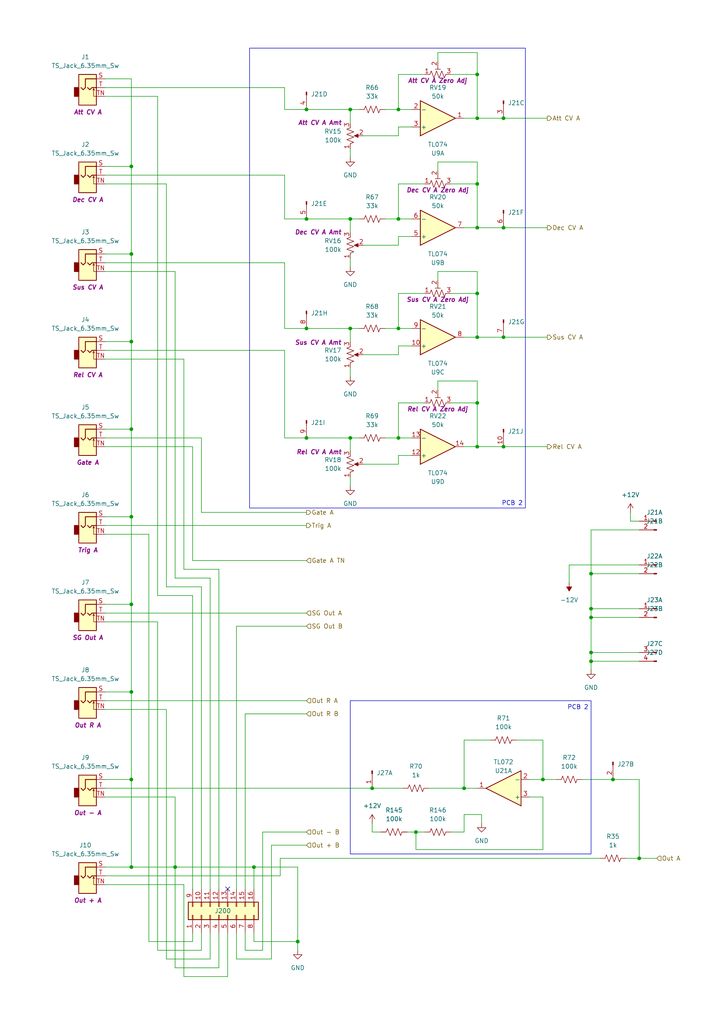
<source format=kicad_sch>
(kicad_sch (version 20250114) (generator "eeschema") (generator_version "9.0")
  (paper "A4" portrait)
  (title_block (company "DMH Instruments") (comment 1 "PCB for 15cm Kosmo format synthesizer module"))
  (lib_symbols
    (symbol "Amplifier_Operational:TL072" (pin_names (offset 0.127))
      (property "Reference" "U" (at 0 5.08 0))
      (property "Value" "TL072" (at 0 -5.08 0))
      (symbol "TL072_1_1"
        (polyline (pts (xy -5.08 5.08) (xy 5.08 0) (xy -5.08 -5.08) (xy -5.08 5.08)) (stroke (width 0.254)) (fill (type background)))
        (pin input line (at -7.62 2.54 0) (length 2.54) (name "+") (number "3"))
        (pin input line (at -7.62 -2.54 0) (length 2.54) (name "-") (number "2"))
        (pin output line (at 7.62 0 180) (length 2.54) (name "~") (number "1"))
      )
      (symbol "TL072_2_1"
        (polyline (pts (xy -5.08 5.08) (xy 5.08 0) (xy -5.08 -5.08) (xy -5.08 5.08)) (stroke (width 0.254)) (fill (type background)))
        (pin input line (at -7.62 2.54 0) (length 2.54) (name "+") (number "5"))
        (pin input line (at -7.62 -2.54 0) (length 2.54) (name "-") (number "6"))
        (pin output line (at 7.62 0 180) (length 2.54) (name "~") (number "7"))
      )
      (symbol "TL072_3_1"
        (pin power_in line (at -2.54 7.62 270) (length 3.81) (name "V+") (number "8"))
        (pin power_in line (at -2.54 -7.62 90) (length 3.81) (name "V-") (number "4"))
      )
    )
    (symbol "Amplifier_Operational:TL074" (pin_names (offset 0.127))
      (property "Reference" "U" (at 0 5.08 0))
      (property "Value" "TL074" (at 0 -5.08 0))
      (symbol "TL074_1_1"
        (polyline (pts (xy -5.08 5.08) (xy 5.08 0) (xy -5.08 -5.08) (xy -5.08 5.08)) (stroke (width 0.254)) (fill (type background)))
        (pin input line (at -7.62 2.54 0) (length 2.54) (name "+") (number "3"))
        (pin input line (at -7.62 -2.54 0) (length 2.54) (name "-") (number "2"))
        (pin output line (at 7.62 0 180) (length 2.54) (name "~") (number "1"))
      )
      (symbol "TL074_2_1"
        (polyline (pts (xy -5.08 5.08) (xy 5.08 0) (xy -5.08 -5.08) (xy -5.08 5.08)) (stroke (width 0.254)) (fill (type background)))
        (pin input line (at -7.62 2.54 0) (length 2.54) (name "+") (number "5"))
        (pin input line (at -7.62 -2.54 0) (length 2.54) (name "-") (number "6"))
        (pin output line (at 7.62 0 180) (length 2.54) (name "~") (number "7"))
      )
      (symbol "TL074_3_1"
        (polyline (pts (xy -5.08 5.08) (xy 5.08 0) (xy -5.08 -5.08) (xy -5.08 5.08)) (stroke (width 0.254)) (fill (type background)))
        (pin input line (at -7.62 2.54 0) (length 2.54) (name "+") (number "10"))
        (pin input line (at -7.62 -2.54 0) (length 2.54) (name "-") (number "9"))
        (pin output line (at 7.62 0 180) (length 2.54) (name "~") (number "8"))
      )
      (symbol "TL074_4_1"
        (polyline (pts (xy -5.08 5.08) (xy 5.08 0) (xy -5.08 -5.08) (xy -5.08 5.08)) (stroke (width 0.254)) (fill (type background)))
        (pin input line (at -7.62 2.54 0) (length 2.54) (name "+") (number "12"))
        (pin input line (at -7.62 -2.54 0) (length 2.54) (name "-") (number "13"))
        (pin output line (at 7.62 0 180) (length 2.54) (name "~") (number "14"))
      )
      (symbol "TL074_5_1"
        (pin power_in line (at -2.54 7.62 270) (length 3.81) (name "V+") (number "4"))
        (pin power_in line (at -2.54 -7.62 90) (length 3.81) (name "V-") (number "11"))
      )
    )
    (symbol "Device:R_Potentiometer_Trim_US" (pin_names (offset 1.016) (hide yes))
      (property "Reference" "RV" (at -4.445 0 90))
      (property "Value" "R_Potentiometer_Trim_US" (at -2.54 0 90))
      (symbol "R_Potentiometer_Trim_US_0_1"
        (polyline (pts (xy 0 2.286) (xy 0 2.54)))
        (polyline (pts (xy 0 2.286) (xy 1.016 1.905) (xy 0 1.524) (xy -1.016 1.143) (xy 0 0.762)))
        (polyline (pts (xy 0 0.762) (xy 1.016 0.381) (xy 0 0) (xy -1.016 -0.381) (xy 0 -0.762)))
        (polyline (pts (xy 0 -0.762) (xy 1.016 -1.143) (xy 0 -1.524) (xy -1.016 -1.905) (xy 0 -2.286)))
        (polyline (pts (xy 0 -2.286) (xy 0 -2.54)))
        (polyline (pts (xy 1.524 0.762) (xy 1.524 -0.762)))
        (polyline (pts (xy 2.54 0) (xy 1.524 0)))
      )
      (symbol "R_Potentiometer_Trim_US_1_1"
        (pin passive line (at 0 3.81 270) (length 1.27) (name "1") (number "1"))
        (pin passive line (at 0 -3.81 90) (length 1.27) (name "3") (number "3"))
        (pin passive line (at 3.81 0 180) (length 1.27) (name "2") (number "2"))
      )
    )
    (symbol "Device:R_Potentiometer_US" (pin_names (offset 1.016) (hide yes))
      (property "Reference" "RV" (at -4.445 0 90))
      (property "Value" "R_Potentiometer_US" (at -2.54 0 90))
      (symbol "R_Potentiometer_US_0_1"
        (polyline (pts (xy 0 2.54) (xy 0 2.286)))
        (polyline (pts (xy 0 2.286) (xy 1.016 1.905) (xy 0 1.524) (xy -1.016 1.143) (xy 0 0.762)))
        (polyline (pts (xy 0 0.762) (xy 1.016 0.381) (xy 0 0) (xy -1.016 -0.381) (xy 0 -0.762)))
        (polyline (pts (xy 0 -0.762) (xy 1.016 -1.143) (xy 0 -1.524) (xy -1.016 -1.905) (xy 0 -2.286)))
        (polyline (pts (xy 0 -2.286) (xy 0 -2.54)))
        (polyline (pts (xy 1.143 0) (xy 2.286 0.508) (xy 2.286 -0.508) (xy 1.143 0)) (fill (type outline)))
        (polyline (pts (xy 2.54 0) (xy 1.524 0)))
      )
      (symbol "R_Potentiometer_US_1_1"
        (pin passive line (at 0 3.81 270) (length 1.27) (name "1") (number "1"))
        (pin passive line (at 0 -3.81 90) (length 1.27) (name "3") (number "3"))
        (pin passive line (at 3.81 0 180) (length 1.27) (name "2") (number "2"))
      )
    )
    (symbol "Device:R_US" (pin_numbers (hide yes)) (pin_names (offset 0))
      (property "Reference" "R" (at 2.54 0 90))
      (property "Value" "R_US" (at -2.54 0 90))
      (symbol "R_US_0_1"
        (polyline (pts (xy 0 2.286) (xy 0 2.54)))
        (polyline (pts (xy 0 2.286) (xy 1.016 1.905) (xy 0 1.524) (xy -1.016 1.143) (xy 0 0.762)))
        (polyline (pts (xy 0 0.762) (xy 1.016 0.381) (xy 0 0) (xy -1.016 -0.381) (xy 0 -0.762)))
        (polyline (pts (xy 0 -0.762) (xy 1.016 -1.143) (xy 0 -1.524) (xy -1.016 -1.905) (xy 0 -2.286)))
        (polyline (pts (xy 0 -2.286) (xy 0 -2.54)))
      )
      (symbol "R_US_1_1"
        (pin passive line (at 0 3.81 270) (length 1.27) (name "~") (number "1"))
        (pin passive line (at 0 -3.81 90) (length 1.27) (name "~") (number "2"))
      )
    )
    (symbol "SynthStuff:BackBone_Connector_16Pin" (pin_names (offset 1.016) (hide yes))
      (property "Reference" "J" (at 1.27 -16.51 0))
      (property "Value" "IDC_02x08" (at 1.27 -13.97 0))
      (symbol "BackBone_Connector_16Pin_1_1"
        (rectangle (start -1.27 8.89) (end 3.81 -11.43) (stroke (width 0.254)) (fill (type background)))
        (rectangle (start -1.27 7.747) (end 0 7.493) (stroke (width 0.1524)))
        (rectangle (start -1.27 5.207) (end 0 4.953) (stroke (width 0.1524)))
        (rectangle (start -1.27 2.667) (end 0 2.413) (stroke (width 0.1524)))
        (rectangle (start -1.27 0.127) (end 0 -0.127) (stroke (width 0.1524)))
        (rectangle (start -1.27 -2.413) (end 0 -2.667) (stroke (width 0.1524)))
        (rectangle (start -1.27 -4.953) (end 0 -5.207) (stroke (width 0.1524)))
        (rectangle (start -1.27 -7.493) (end 0 -7.747) (stroke (width 0.1524)))
        (rectangle (start -1.27 -10.033) (end 0 -10.287) (stroke (width 0.1524)))
        (rectangle (start 3.81 7.747) (end 2.54 7.493) (stroke (width 0.1524)))
        (rectangle (start 3.81 5.207) (end 2.54 4.953) (stroke (width 0.1524)))
        (rectangle (start 3.81 2.667) (end 2.54 2.413) (stroke (width 0.1524)))
        (rectangle (start 3.81 0.127) (end 2.54 -0.127) (stroke (width 0.1524)))
        (rectangle (start 3.81 -2.413) (end 2.54 -2.667) (stroke (width 0.1524)))
        (rectangle (start 3.81 -4.953) (end 2.54 -5.207) (stroke (width 0.1524)))
        (rectangle (start 3.81 -7.493) (end 2.54 -7.747) (stroke (width 0.1524)))
        (rectangle (start 3.81 -10.033) (end 2.54 -10.287) (stroke (width 0.1524)))
        (pin passive line (at -5.08 7.62 0) (length 3.81) (name "Pin_1") (number "1"))
        (pin passive line (at -5.08 5.08 0) (length 3.81) (name "Pin_2") (number "2"))
        (pin passive line (at -5.08 2.54 0) (length 3.81) (name "Pin_3") (number "3"))
        (pin passive line (at -5.08 0 0) (length 3.81) (name "Pin_4") (number "4"))
        (pin passive line (at -5.08 -2.54 0) (length 3.81) (name "Pin_5") (number "5"))
        (pin passive line (at -5.08 -5.08 0) (length 3.81) (name "Pin_6") (number "6"))
        (pin passive line (at -5.08 -7.62 0) (length 3.81) (name "Pin_7") (number "7"))
        (pin passive line (at -5.08 -10.16 0) (length 3.81) (name "Pin_8") (number "8"))
        (pin passive line (at 7.62 7.62 180) (length 3.81) (name "Pin_9") (number "9"))
        (pin passive line (at 7.62 5.08 180) (length 3.81) (name "Pin_10") (number "10"))
        (pin passive line (at 7.62 2.54 180) (length 3.81) (name "Pin_11") (number "11"))
        (pin passive line (at 7.62 0 180) (length 3.81) (name "Pin_12") (number "12"))
        (pin passive line (at 7.62 -2.54 180) (length 3.81) (name "Pin_13") (number "13"))
        (pin passive line (at 7.62 -5.08 180) (length 3.81) (name "Pin_14") (number "14"))
        (pin passive line (at 7.62 -7.62 180) (length 3.81) (name "Pin_15") (number "15"))
        (pin passive line (at 7.62 -10.16 180) (length 3.81) (name "Pin_16") (number "16"))
      )
    )
    (symbol "SynthStuff:Conn_01x06_PinHeader" (pin_names (offset 1.016) (hide yes))
      (property "Reference" "J" (at 0 2.54 0))
      (symbol "Conn_01x06_PinHeader_1_1"
        (rectangle (start 0.8636 0.127) (end 0 -0.127) (stroke (width 0.1524)) (fill (type outline)))
        (polyline (pts (xy 1.27 0) (xy 0.8636 0)) (stroke (width 0.1524)))
        (pin passive line (at 5.08 0 180) (length 3.81) (name "Pin_1") (number "1"))
      )
      (symbol "Conn_01x06_PinHeader_2_1"
        (rectangle (start 0.8636 0.127) (end 0 -0.127) (stroke (width 0.1524)) (fill (type outline)))
        (polyline (pts (xy 1.27 0) (xy 0.8636 0)) (stroke (width 0.1524)))
        (pin passive line (at 5.08 0 180) (length 3.81) (name "Pin_2") (number "2"))
      )
      (symbol "Conn_01x06_PinHeader_3_1"
        (rectangle (start 0.8636 0.127) (end 0 -0.127) (stroke (width 0.1524)) (fill (type outline)))
        (polyline (pts (xy 1.27 0) (xy 0.8636 0)) (stroke (width 0.1524)))
        (pin passive line (at 5.08 0 180) (length 3.81) (name "Pin_3") (number "3"))
      )
      (symbol "Conn_01x06_PinHeader_4_1"
        (rectangle (start 0.8636 0.127) (end 0 -0.127) (stroke (width 0.1524)) (fill (type outline)))
        (polyline (pts (xy 1.27 0) (xy 0.8636 0)) (stroke (width 0.1524)))
        (pin passive line (at 5.08 0 180) (length 3.81) (name "Pin_4") (number "4"))
      )
      (symbol "Conn_01x06_PinHeader_5_1"
        (rectangle (start 0.8636 0.127) (end 0 -0.127) (stroke (width 0.1524)) (fill (type outline)))
        (polyline (pts (xy 1.27 0) (xy 0.8636 0)) (stroke (width 0.1524)))
        (pin passive line (at 5.08 0 180) (length 3.81) (name "Pin_5") (number "5"))
      )
      (symbol "Conn_01x06_PinHeader_6_1"
        (rectangle (start 0.8636 0.127) (end 0 -0.127) (stroke (width 0.1524)) (fill (type outline)))
        (polyline (pts (xy 1.27 0) (xy 0.8636 0)) (stroke (width 0.1524)))
        (pin passive line (at 5.08 0 180) (length 3.81) (name "Pin_6") (number "6"))
      )
    )
    (symbol "SynthStuff:Conn_01x10_PinHeader" (pin_names (offset 1.016) (hide yes))
      (property "Reference" "J" (at 0 2.54 0))
      (symbol "Conn_01x10_PinHeader_1_1"
        (rectangle (start 0.8636 0.127) (end 0 -0.127) (stroke (width 0.1524)) (fill (type outline)))
        (polyline (pts (xy 1.27 0) (xy 0.8636 0)) (stroke (width 0.1524)))
        (pin passive line (at 5.08 0 180) (length 3.81) (name "Pin_1") (number "1"))
      )
      (symbol "Conn_01x10_PinHeader_2_1"
        (rectangle (start 0.8636 0.127) (end 0 -0.127) (stroke (width 0.1524)) (fill (type outline)))
        (polyline (pts (xy 1.27 0) (xy 0.8636 0)) (stroke (width 0.1524)))
        (pin passive line (at 5.08 0 180) (length 3.81) (name "Pin_2") (number "2"))
      )
      (symbol "Conn_01x10_PinHeader_3_1"
        (rectangle (start 0.8636 0.127) (end 0 -0.127) (stroke (width 0.1524)) (fill (type outline)))
        (polyline (pts (xy 1.27 0) (xy 0.8636 0)) (stroke (width 0.1524)))
        (pin passive line (at 5.08 0 180) (length 3.81) (name "Pin_3") (number "3"))
      )
      (symbol "Conn_01x10_PinHeader_4_1"
        (rectangle (start 0.8636 0.127) (end 0 -0.127) (stroke (width 0.1524)) (fill (type outline)))
        (polyline (pts (xy 1.27 0) (xy 0.8636 0)) (stroke (width 0.1524)))
        (pin passive line (at 5.08 0 180) (length 3.81) (name "Pin_4") (number "4"))
      )
      (symbol "Conn_01x10_PinHeader_5_1"
        (rectangle (start 0.8636 0.127) (end 0 -0.127) (stroke (width 0.1524)) (fill (type outline)))
        (polyline (pts (xy 1.27 0) (xy 0.8636 0)) (stroke (width 0.1524)))
        (pin passive line (at 5.08 0 180) (length 3.81) (name "Pin_5") (number "5"))
      )
      (symbol "Conn_01x10_PinHeader_6_1"
        (rectangle (start 0.8636 0.127) (end 0 -0.127) (stroke (width 0.1524)) (fill (type outline)))
        (polyline (pts (xy 1.27 0) (xy 0.8636 0)) (stroke (width 0.1524)))
        (pin passive line (at 5.08 0 180) (length 3.81) (name "Pin_6") (number "6"))
      )
      (symbol "Conn_01x10_PinHeader_7_1"
        (rectangle (start 0.8636 0.127) (end 0 -0.127) (stroke (width 0.1524)) (fill (type outline)))
        (polyline (pts (xy 1.27 0) (xy 0.8636 0)) (stroke (width 0.1524)))
        (pin passive line (at 5.08 0 180) (length 3.81) (name "Pin_7") (number "7"))
      )
      (symbol "Conn_01x10_PinHeader_8_1"
        (rectangle (start 0.8636 0.127) (end 0 -0.127) (stroke (width 0.1524)) (fill (type outline)))
        (polyline (pts (xy 1.27 0) (xy 0.8636 0)) (stroke (width 0.1524)))
        (pin passive line (at 5.08 0 180) (length 3.81) (name "Pin_8") (number "8"))
      )
      (symbol "Conn_01x10_PinHeader_9_1"
        (rectangle (start 0.8636 0.127) (end 0 -0.127) (stroke (width 0.1524)) (fill (type outline)))
        (polyline (pts (xy 1.27 0) (xy 0.8636 0)) (stroke (width 0.1524)))
        (pin passive line (at 5.08 0 180) (length 3.81) (name "Pin_9") (number "9"))
      )
      (symbol "Conn_01x10_PinHeader_10_1"
        (rectangle (start 0.8636 0.127) (end 0 -0.127) (stroke (width 0.1524)) (fill (type outline)))
        (polyline (pts (xy 1.27 0) (xy 0.8636 0)) (stroke (width 0.1524)))
        (pin passive line (at 5.08 0 180) (length 3.81) (name "Pin_10") (number "10"))
      )
    )
    (symbol "SynthStuff:TS_Jack_6.35mm_Sw"
      (property "Reference" "J" (at -0.635 8.89 0))
      (property "Value" "TS_Jack_6.35mm_Sw" (at -0.635 6.35 0))
      (symbol "TS_Jack_6.35mm_Sw_0_1"
        (rectangle (start -2.54 0) (end -3.81 -2.54) (stroke (width 0.254)) (fill (type outline)))
        (polyline (pts (xy 0 0) (xy 0.635 -0.635) (xy 1.27 0) (xy 2.54 0)) (stroke (width 0.254)))
        (polyline (pts (xy 1.778 -0.254) (xy 2.032 -0.762)))
        (rectangle (start 2.54 3.81) (end -2.54 -5.08) (stroke (width 0.254)) (fill (type background)))
        (polyline (pts (xy 2.54 2.54) (xy -0.635 2.54) (xy -0.635 0) (xy -1.27 -0.635) (xy -1.905 0)) (stroke (width 0.254)))
        (polyline (pts (xy 2.54 -2.54) (xy 1.778 -2.54) (xy 1.778 -0.254) (xy 1.524 -0.762)))
      )
      (symbol "TS_Jack_6.35mm_Sw_1_1"
        (pin passive line (at 5.08 2.54 180) (length 2.54) (name "~") (number "S"))
        (pin passive line (at 5.08 0 180) (length 2.54) (name "~") (number "T"))
        (pin passive line (at 5.08 -2.54 180) (length 2.54) (name "~") (number "TN"))
      )
    )
    (symbol "power:+12V" (power) (pin_numbers (hide yes)) (pin_names (offset 0) (hide yes))
      (property "Value" "+12V" (at 0 3.556 0))
      (symbol "+12V_0_1"
        (polyline (pts (xy -0.762 1.27) (xy 0 2.54)))
        (polyline (pts (xy 0 2.54) (xy 0.762 1.27)))
        (polyline (pts (xy 0 0) (xy 0 2.54)))
      )
      (symbol "+12V_1_1"
        (pin power_in line (at 0 0 90) (length 0) (name "~") (number "1"))
      )
    )
    (symbol "power:-12V" (power) (pin_numbers (hide yes)) (pin_names (offset 0) (hide yes))
      (property "Value" "-12V" (at 0 3.556 0))
      (symbol "-12V_0_0"
        (pin power_in line (at 0 0 90) (length 0) (name "~") (number "1"))
      )
      (symbol "-12V_0_1"
        (polyline (pts (xy 0 0) (xy 0 1.27) (xy 0.762 1.27) (xy 0 2.54) (xy -0.762 1.27) (xy 0 1.27)) (fill (type outline)))
      )
    )
    (symbol "power:GND" (power) (pin_numbers (hide yes)) (pin_names (offset 0) (hide yes))
      (property "Value" "GND" (at 0 -3.81 0))
      (symbol "GND_0_1"
        (polyline (pts (xy 0 0) (xy 0 -1.27) (xy 1.27 -1.27) (xy 0 -2.54) (xy -1.27 -1.27) (xy 0 -1.27)))
      )
      (symbol "GND_1_1"
        (pin power_in line (at 0 0 270) (length 0) (name "~") (number "1"))
      )
    )
  )
  (rectangle (start 72.39 13.97) (end 152.4 147.32))
  (rectangle (start 101.6 203.2) (end 171.45 247.65))
  (text "PCB 2" (at 148.59 146.05 0) (effects (font (size 1.27 1.27))))
  (text "PCB 2" (at 167.64 205.232 0) (effects (font (size 1.27 1.27))))
  (junction (at 88.9 31.75))
  (junction (at 88.9 95.25))
  (junction (at 146.05 34.29))
  (junction (at 38.1 124.46))
  (junction (at 115.57 95.25))
  (junction (at 38.1 175.26))
  (junction (at 38.1 99.06))
  (junction (at 73.66 251.46))
  (junction (at 38.1 226.06))
  (junction (at 185.42 248.92))
  (junction (at 171.45 176.53))
  (junction (at 157.48 226.06))
  (junction (at 138.43 116.84))
  (junction (at 115.57 31.75))
  (junction (at 101.6 95.25))
  (junction (at 138.43 129.54))
  (junction (at 138.43 85.09))
  (junction (at 171.45 191.77))
  (junction (at 88.9 63.5))
  (junction (at 38.1 200.66))
  (junction (at 138.43 21.59))
  (junction (at 171.45 166.37))
  (junction (at 171.45 189.23))
  (junction (at 138.43 66.04))
  (junction (at 146.05 129.54))
  (junction (at 86.36 273.05))
  (junction (at 138.43 34.29))
  (junction (at 115.57 127))
  (junction (at 50.8 251.46))
  (junction (at 146.05 66.04))
  (junction (at 134.62 228.6))
  (junction (at 115.57 63.5))
  (junction (at 101.6 63.5))
  (junction (at 120.65 241.3))
  (junction (at 101.6 31.75))
  (junction (at 138.43 97.79))
  (junction (at 38.1 251.46))
  (junction (at 38.1 48.26))
  (junction (at 177.8 226.06))
  (junction (at 38.1 149.86))
  (junction (at 138.43 53.34))
  (junction (at 171.45 179.07))
  (junction (at 101.6 127))
  (junction (at 107.95 228.6))
  (junction (at 38.1 73.66))
  (junction (at 146.05 97.79))
  (junction (at 88.9 127))
  (no_connect (at 66.04 257.81))
  (wire (pts (xy 138.43 34.29) (xy 146.05 34.29)))
  (wire (pts (xy 50.8 78.74) (xy 50.8 167.64)))
  (wire (pts (xy 76.2 275.59) (xy 71.12 275.59)))
  (wire (pts (xy 73.66 270.51) (xy 73.66 273.05)))
  (wire (pts (xy 185.42 166.37) (xy 171.45 166.37)))
  (wire (pts (xy 168.91 226.06) (xy 177.8 226.06)))
  (wire (pts (xy 115.57 71.12) (xy 115.57 68.58)))
  (wire (pts (xy 48.26 278.13) (xy 60.96 278.13)))
  (wire (pts (xy 115.57 134.62) (xy 115.57 132.08)))
  (wire (pts (xy 30.48 25.4) (xy 82.55 25.4)))
  (wire (pts (xy 101.6 31.75) (xy 104.14 31.75)))
  (wire (pts (xy 53.34 283.21) (xy 66.04 283.21)))
  (wire (pts (xy 101.6 95.25) (xy 104.14 95.25)))
  (wire (pts (xy 30.48 101.6) (xy 82.55 101.6)))
  (wire (pts (xy 30.48 200.66) (xy 38.1 200.66)))
  (wire (pts (xy 58.42 170.18) (xy 58.42 257.81)))
  (wire (pts (xy 55.88 162.56) (xy 88.9 162.56)))
  (wire (pts (xy 120.65 241.3) (xy 123.19 241.3)))
  (wire (pts (xy 30.48 154.94) (xy 43.18 154.94)))
  (wire (pts (xy 115.57 100.33) (xy 119.38 100.33)))
  (wire (pts (xy 115.57 68.58) (xy 119.38 68.58)))
  (wire (pts (xy 115.57 102.87) (xy 115.57 100.33)))
  (wire (pts (xy 50.8 231.14) (xy 50.8 251.46)))
  (wire (pts (xy 53.34 104.14) (xy 30.48 104.14)))
  (wire (pts (xy 82.55 76.2) (xy 82.55 95.25)))
  (wire (pts (xy 45.72 275.59) (xy 58.42 275.59)))
  (wire (pts (xy 78.74 245.11) (xy 78.74 278.13)))
  (wire (pts (xy 30.48 50.8) (xy 82.55 50.8)))
  (wire (pts (xy 185.42 163.83) (xy 165.1 163.83)))
  (wire (pts (xy 139.7 236.22) (xy 139.7 238.76)))
  (wire (pts (xy 38.1 124.46) (xy 38.1 149.86)))
  (wire (pts (xy 50.8 280.67) (xy 63.5 280.67)))
  (wire (pts (xy 130.81 116.84) (xy 138.43 116.84)))
  (wire (pts (xy 134.62 228.6) (xy 138.43 228.6)))
  (wire (pts (xy 50.8 167.64) (xy 60.96 167.64)))
  (wire (pts (xy 78.74 278.13) (xy 68.58 278.13)))
  (wire (pts (xy 153.67 226.06) (xy 157.48 226.06)))
  (wire (pts (xy 30.48 226.06) (xy 38.1 226.06)))
  (wire (pts (xy 111.76 95.25) (xy 115.57 95.25)))
  (wire (pts (xy 88.9 181.61) (xy 68.58 181.61)))
  (wire (pts (xy 88.9 95.25) (xy 101.6 95.25)))
  (wire (pts (xy 134.62 214.63) (xy 134.62 228.6)))
  (wire (pts (xy 105.41 102.87) (xy 115.57 102.87)))
  (wire (pts (xy 185.42 248.92) (xy 190.5 248.92)))
  (wire (pts (xy 30.48 22.86) (xy 38.1 22.86)))
  (wire (pts (xy 53.34 104.14) (xy 53.34 165.1)))
  (wire (pts (xy 115.57 132.08) (xy 119.38 132.08)))
  (wire (pts (xy 171.45 176.53) (xy 171.45 179.07)))
  (wire (pts (xy 171.45 176.53) (xy 185.42 176.53)))
  (wire (pts (xy 38.1 200.66) (xy 38.1 226.06)))
  (wire (pts (xy 82.55 101.6) (xy 82.55 127)))
  (wire (pts (xy 146.05 129.54) (xy 158.75 129.54)))
  (wire (pts (xy 115.57 39.37) (xy 115.57 36.83)))
  (wire (pts (xy 111.76 63.5) (xy 115.57 63.5)))
  (wire (pts (xy 50.8 251.46) (xy 50.8 280.67)))
  (wire (pts (xy 107.95 241.3) (xy 110.49 241.3)))
  (wire (pts (xy 71.12 275.59) (xy 71.12 270.51)))
  (wire (pts (xy 45.72 180.34) (xy 45.72 275.59)))
  (wire (pts (xy 101.6 127) (xy 104.14 127)))
  (wire (pts (xy 86.36 275.59) (xy 86.36 273.05)))
  (wire (pts (xy 58.42 275.59) (xy 58.42 270.51)))
  (wire (pts (xy 146.05 34.29) (xy 158.75 34.29)))
  (wire (pts (xy 120.65 246.38) (xy 157.48 246.38)))
  (wire (pts (xy 30.48 129.54) (xy 55.88 129.54)))
  (wire (pts (xy 101.6 95.25) (xy 101.6 99.06)))
  (wire (pts (xy 138.43 129.54) (xy 146.05 129.54)))
  (wire (pts (xy 127 49.53) (xy 127 46.99)))
  (wire (pts (xy 30.48 76.2) (xy 82.55 76.2)))
  (wire (pts (xy 138.43 97.79) (xy 146.05 97.79)))
  (wire (pts (xy 138.43 66.04) (xy 146.05 66.04)))
  (wire (pts (xy 48.26 170.18) (xy 58.42 170.18)))
  (wire (pts (xy 127 110.49) (xy 138.43 110.49)))
  (wire (pts (xy 30.48 48.26) (xy 38.1 48.26)))
  (wire (pts (xy 88.9 241.3) (xy 76.2 241.3)))
  (wire (pts (xy 153.67 231.14) (xy 157.48 231.14)))
  (wire (pts (xy 185.42 191.77) (xy 171.45 191.77)))
  (wire (pts (xy 185.42 153.67) (xy 171.45 153.67)))
  (wire (pts (xy 45.72 172.72) (xy 55.88 172.72)))
  (wire (pts (xy 157.48 214.63) (xy 157.48 226.06)))
  (wire (pts (xy 138.43 15.24) (xy 138.43 21.59)))
  (wire (pts (xy 105.41 39.37) (xy 115.57 39.37)))
  (wire (pts (xy 171.45 166.37) (xy 171.45 176.53)))
  (wire (pts (xy 171.45 153.67) (xy 171.45 166.37)))
  (wire (pts (xy 38.1 99.06) (xy 38.1 124.46)))
  (wire (pts (xy 115.57 95.25) (xy 119.38 95.25)))
  (wire (pts (xy 30.48 203.2) (xy 88.9 203.2)))
  (wire (pts (xy 115.57 36.83) (xy 119.38 36.83)))
  (wire (pts (xy 185.42 179.07) (xy 171.45 179.07)))
  (wire (pts (xy 50.8 251.46) (xy 38.1 251.46)))
  (wire (pts (xy 88.9 245.11) (xy 78.74 245.11)))
  (wire (pts (xy 101.6 106.68) (xy 101.6 109.22)))
  (wire (pts (xy 182.88 148.59) (xy 182.88 151.13)))
  (wire (pts (xy 127 113.03) (xy 127 110.49)))
  (wire (pts (xy 157.48 246.38) (xy 157.48 231.14)))
  (wire (pts (xy 38.1 73.66) (xy 38.1 99.06)))
  (wire (pts (xy 30.48 231.14) (xy 50.8 231.14)))
  (wire (pts (xy 115.57 116.84) (xy 123.19 116.84)))
  (wire (pts (xy 88.9 127) (xy 101.6 127)))
  (wire (pts (xy 82.55 31.75) (xy 88.9 31.75)))
  (wire (pts (xy 88.9 207.01) (xy 71.12 207.01)))
  (wire (pts (xy 171.45 191.77) (xy 171.45 194.31)))
  (wire (pts (xy 130.81 21.59) (xy 138.43 21.59)))
  (wire (pts (xy 30.48 27.94) (xy 45.72 27.94)))
  (wire (pts (xy 115.57 85.09) (xy 123.19 85.09)))
  (wire (pts (xy 30.48 254) (xy 81.28 254)))
  (wire (pts (xy 115.57 53.34) (xy 123.19 53.34)))
  (wire (pts (xy 38.1 149.86) (xy 38.1 175.26)))
  (wire (pts (xy 177.8 226.06) (xy 185.42 226.06)))
  (wire (pts (xy 111.76 127) (xy 115.57 127)))
  (wire (pts (xy 82.55 95.25) (xy 88.9 95.25)))
  (wire (pts (xy 181.61 248.92) (xy 185.42 248.92)))
  (wire (pts (xy 171.45 189.23) (xy 171.45 191.77)))
  (wire (pts (xy 82.55 127) (xy 88.9 127)))
  (wire (pts (xy 138.43 46.99) (xy 138.43 53.34)))
  (wire (pts (xy 73.66 251.46) (xy 73.66 257.81)))
  (wire (pts (xy 43.18 154.94) (xy 43.18 273.05)))
  (wire (pts (xy 105.41 71.12) (xy 115.57 71.12)))
  (wire (pts (xy 38.1 226.06) (xy 38.1 251.46)))
  (wire (pts (xy 81.28 248.92) (xy 173.99 248.92)))
  (wire (pts (xy 165.1 163.83) (xy 165.1 168.91)))
  (wire (pts (xy 107.95 238.76) (xy 107.95 241.3)))
  (wire (pts (xy 101.6 127) (xy 101.6 130.81)))
  (wire (pts (xy 149.86 214.63) (xy 157.48 214.63)))
  (wire (pts (xy 73.66 251.46) (xy 86.36 251.46)))
  (wire (pts (xy 58.42 127) (xy 58.42 148.59)))
  (wire (pts (xy 53.34 256.54) (xy 53.34 283.21)))
  (wire (pts (xy 124.46 228.6) (xy 134.62 228.6)))
  (wire (pts (xy 88.9 63.5) (xy 101.6 63.5)))
  (wire (pts (xy 30.48 177.8) (xy 88.9 177.8)))
  (wire (pts (xy 86.36 273.05) (xy 86.36 251.46)))
  (wire (pts (xy 101.6 31.75) (xy 101.6 35.56)))
  (wire (pts (xy 81.28 254) (xy 81.28 248.92)))
  (wire (pts (xy 30.48 99.06) (xy 38.1 99.06)))
  (wire (pts (xy 30.48 175.26) (xy 38.1 175.26)))
  (wire (pts (xy 138.43 34.29) (xy 134.62 34.29)))
  (wire (pts (xy 30.48 152.4) (xy 88.9 152.4)))
  (wire (pts (xy 30.48 124.46) (xy 38.1 124.46)))
  (wire (pts (xy 68.58 181.61) (xy 68.58 257.81)))
  (wire (pts (xy 127 17.78) (xy 127 15.24)))
  (wire (pts (xy 138.43 116.84) (xy 138.43 129.54)))
  (wire (pts (xy 88.9 31.75) (xy 101.6 31.75)))
  (wire (pts (xy 45.72 27.94) (xy 45.72 172.72)))
  (wire (pts (xy 138.43 97.79) (xy 134.62 97.79)))
  (wire (pts (xy 63.5 280.67) (xy 63.5 270.51)))
  (wire (pts (xy 55.88 129.54) (xy 55.88 162.56)))
  (wire (pts (xy 130.81 53.34) (xy 138.43 53.34)))
  (wire (pts (xy 115.57 127) (xy 119.38 127)))
  (wire (pts (xy 73.66 273.05) (xy 86.36 273.05)))
  (wire (pts (xy 138.43 21.59) (xy 138.43 34.29)))
  (wire (pts (xy 43.18 273.05) (xy 55.88 273.05)))
  (wire (pts (xy 138.43 129.54) (xy 134.62 129.54)))
  (wire (pts (xy 185.42 151.13) (xy 182.88 151.13)))
  (wire (pts (xy 30.48 78.74) (xy 50.8 78.74)))
  (wire (pts (xy 146.05 66.04) (xy 158.75 66.04)))
  (wire (pts (xy 115.57 21.59) (xy 123.19 21.59)))
  (wire (pts (xy 101.6 74.93) (xy 101.6 77.47)))
  (wire (pts (xy 134.62 241.3) (xy 130.81 241.3)))
  (wire (pts (xy 146.05 97.79) (xy 158.75 97.79)))
  (wire (pts (xy 127 46.99) (xy 138.43 46.99)))
  (wire (pts (xy 138.43 78.74) (xy 138.43 85.09)))
  (wire (pts (xy 127 15.24) (xy 138.43 15.24)))
  (wire (pts (xy 118.11 241.3) (xy 120.65 241.3)))
  (wire (pts (xy 101.6 43.18) (xy 101.6 45.72)))
  (wire (pts (xy 138.43 53.34) (xy 138.43 66.04)))
  (wire (pts (xy 58.42 148.59) (xy 88.9 148.59)))
  (wire (pts (xy 38.1 22.86) (xy 38.1 48.26)))
  (wire (pts (xy 185.42 226.06) (xy 185.42 248.92)))
  (wire (pts (xy 76.2 241.3) (xy 76.2 275.59)))
  (wire (pts (xy 82.55 63.5) (xy 88.9 63.5)))
  (wire (pts (xy 115.57 21.59) (xy 115.57 31.75)))
  (wire (pts (xy 38.1 48.26) (xy 38.1 73.66)))
  (wire (pts (xy 115.57 85.09) (xy 115.57 95.25)))
  (wire (pts (xy 30.48 149.86) (xy 38.1 149.86)))
  (wire (pts (xy 171.45 179.07) (xy 171.45 189.23)))
  (wire (pts (xy 138.43 110.49) (xy 138.43 116.84)))
  (wire (pts (xy 138.43 66.04) (xy 134.62 66.04)))
  (wire (pts (xy 38.1 251.46) (xy 30.48 251.46)))
  (wire (pts (xy 185.42 189.23) (xy 171.45 189.23)))
  (wire (pts (xy 111.76 31.75) (xy 115.57 31.75)))
  (wire (pts (xy 142.24 214.63) (xy 134.62 214.63)))
  (wire (pts (xy 53.34 165.1) (xy 63.5 165.1)))
  (wire (pts (xy 138.43 85.09) (xy 138.43 97.79)))
  (wire (pts (xy 127 81.28) (xy 127 78.74)))
  (wire (pts (xy 30.48 127) (xy 58.42 127)))
  (wire (pts (xy 48.26 53.34) (xy 48.26 170.18)))
  (wire (pts (xy 60.96 167.64) (xy 60.96 257.81)))
  (wire (pts (xy 101.6 63.5) (xy 101.6 67.31)))
  (wire (pts (xy 115.57 116.84) (xy 115.57 127)))
  (wire (pts (xy 30.48 73.66) (xy 38.1 73.66)))
  (wire (pts (xy 30.48 53.34) (xy 48.26 53.34)))
  (wire (pts (xy 55.88 172.72) (xy 55.88 257.81)))
  (wire (pts (xy 157.48 226.06) (xy 161.29 226.06)))
  (wire (pts (xy 48.26 205.74) (xy 48.26 278.13)))
  (wire (pts (xy 115.57 53.34) (xy 115.57 63.5)))
  (wire (pts (xy 68.58 278.13) (xy 68.58 270.51)))
  (wire (pts (xy 60.96 278.13) (xy 60.96 270.51)))
  (wire (pts (xy 107.95 228.6) (xy 116.84 228.6)))
  (wire (pts (xy 115.57 31.75) (xy 119.38 31.75)))
  (wire (pts (xy 105.41 134.62) (xy 115.57 134.62)))
  (wire (pts (xy 134.62 241.3) (xy 134.62 236.22)))
  (wire (pts (xy 30.48 180.34) (xy 45.72 180.34)))
  (wire (pts (xy 130.81 85.09) (xy 138.43 85.09)))
  (wire (pts (xy 50.8 251.46) (xy 73.66 251.46)))
  (wire (pts (xy 82.55 25.4) (xy 82.55 31.75)))
  (wire (pts (xy 115.57 63.5) (xy 119.38 63.5)))
  (wire (pts (xy 120.65 241.3) (xy 120.65 246.38)))
  (wire (pts (xy 63.5 165.1) (xy 63.5 257.81)))
  (wire (pts (xy 38.1 175.26) (xy 38.1 200.66)))
  (wire (pts (xy 101.6 63.5) (xy 104.14 63.5)))
  (wire (pts (xy 82.55 50.8) (xy 82.55 63.5)))
  (wire (pts (xy 55.88 273.05) (xy 55.88 270.51)))
  (wire (pts (xy 66.04 283.21) (xy 66.04 270.51)))
  (wire (pts (xy 30.48 256.54) (xy 53.34 256.54)))
  (wire (pts (xy 30.48 228.6) (xy 107.95 228.6)))
  (wire (pts (xy 71.12 207.01) (xy 71.12 257.81)))
  (wire (pts (xy 134.62 236.22) (xy 139.7 236.22)))
  (wire (pts (xy 101.6 138.43) (xy 101.6 140.97)))
  (wire (pts (xy 127 78.74) (xy 138.43 78.74)))
  (wire (pts (xy 30.48 205.74) (xy 48.26 205.74)))
  (hierarchical_label "SG Out B" (shape input) (at 88.9 181.61 0))
  (hierarchical_label "Out R A" (shape input) (at 88.9 203.2 0))
  (hierarchical_label "Rel CV A" (shape output) (at 158.75 129.54 0))
  (hierarchical_label "Sus CV A" (shape output) (at 158.75 97.79 0))
  (hierarchical_label "Dec CV A" (shape output) (at 158.75 66.04 0))
  (hierarchical_label "SG Out A" (shape input) (at 88.9 177.8 0))
  (hierarchical_label "Gate A TN" (shape input) (at 88.9 162.56 0))
  (hierarchical_label "Out A" (shape input) (at 190.5 248.92 0))
  (hierarchical_label "Out - B" (shape input) (at 88.9 241.3 0))
  (hierarchical_label "Out + B" (shape input) (at 88.9 245.11 0))
  (hierarchical_label "Gate A" (shape output) (at 88.9 148.59 0))
  (hierarchical_label "Out R B" (shape input) (at 88.9 207.01 0))
  (hierarchical_label "Trig A" (shape output) (at 88.9 152.4 0))
  (hierarchical_label "Att CV A" (shape output) (at 158.75 34.29 0))
  (symbol (lib_id "Device:R_US") (at 165.1 226.06 270) (unit 1)
    (property "Reference" "R72" (at 165.1 219.71 90))
    (property "Value" "100k" (at 165.1 222.25 90))
    (property "Footprint" "Resistor_THT:R_Axial_DIN0207_L6.3mm_D2.5mm_P7.62mm_Horizontal" (effects (hide yes)))
    (property "Description" "Resistor, US symbol" (effects (hide yes)))
  )
  (symbol (lib_id "SynthStuff:Conn_01x10_PinHeader") (at 146.05 124.46 270) (unit 10)
    (property "Reference" "J21" (at 147.32 125.0949 90) (effects (justify left)))
    (property "Value" "Conn_01x10_PinHeader" (effects (hide yes)))
    (property "Footprint" "Connector_PinHeader_2.54mm:PinHeader_1x10_P2.54mm_Vertical" (effects (hide yes)))
    (property "Description" "Generic connector, single row, 01x10" (effects (hide yes)))
  )
  (symbol (lib_id "Amplifier_Operational:TL074") (at 127 129.54 0) (mirror x) (unit 4)
    (property "Reference" "U9" (at 127 139.7 0))
    (property "Value" "TL074" (at 127 137.16 0))
    (property "Footprint" "Package_DIP:DIP-14_W7.62mm_Socket" (effects (hide yes)))
    (property "Datasheet" "http://www.ti.com/lit/ds/symlink/tl071.pdf" (effects (hide yes)))
    (property "Description" "Quad Low-Noise JFET-Input Operational Amplifiers, DIP-14/SOIC-14" (effects (hide yes)))
  )
  (symbol (lib_id "SynthStuff:Conn_01x10_PinHeader") (at 190.5 179.07 180) (unit 2)
    (property "Reference" "J23" (at 189.865 176.53 0))
    (property "Value" "Conn_01x10_PinHeader" (effects (hide yes)))
    (property "Footprint" "Connector_PinHeader_2.54mm:PinHeader_1x10_P2.54mm_Vertical" (effects (hide yes)))
    (property "Description" "Generic connector, single row, 01x10" (effects (hide yes)))
  )
  (symbol (lib_id "Device:R_US") (at 107.95 127 90) (unit 1)
    (property "Reference" "R69" (at 107.95 120.65 90))
    (property "Value" "33k" (at 107.95 123.19 90))
    (property "Footprint" "Resistor_THT:R_Axial_DIN0207_L6.3mm_D2.5mm_P7.62mm_Horizontal" (effects (hide yes)))
    (property "Description" "Resistor, US symbol" (effects (hide yes)))
  )
  (symbol (lib_id "SynthStuff:Conn_01x10_PinHeader") (at 146.05 29.21 270) (unit 3)
    (property "Reference" "J21" (at 147.32 29.8449 90) (effects (justify left)))
    (property "Value" "Conn_01x10_PinHeader" (effects (hide yes)))
    (property "Footprint" "Connector_PinHeader_2.54mm:PinHeader_1x10_P2.54mm_Vertical" (effects (hide yes)))
    (property "Description" "Generic connector, single row, 01x10" (effects (hide yes)))
  )
  (symbol (lib_id "SynthStuff:Conn_01x10_PinHeader") (at 190.5 163.83 180) (unit 1)
    (property "Reference" "J22" (at 189.865 161.29 0))
    (property "Value" "Conn_01x10_PinHeader" (effects (hide yes)))
    (property "Footprint" "Connector_PinHeader_2.54mm:PinHeader_1x10_P2.54mm_Vertical" (effects (hide yes)))
    (property "Description" "Generic connector, single row, 01x10" (effects (hide yes)))
  )
  (symbol (lib_id "SynthStuff:Conn_01x06_PinHeader") (at 107.95 223.52 270) (unit 1)
    (property "Reference" "J27" (at 109.22 224.1549 90) (effects (justify left)))
    (property "Value" "Conn_01x06_PinHeader" (effects (hide yes)))
    (property "Footprint" "Connector_PinHeader_2.54mm:PinHeader_1x06_P2.54mm_Vertical" (effects (hide yes)))
    (property "Description" "Generic connector, single row, 01x06" (effects (hide yes)))
  )
  (symbol (lib_id "SynthStuff:Conn_01x10_PinHeader") (at 190.5 151.13 180) (unit 1)
    (property "Reference" "J21" (at 189.865 148.59 0))
    (property "Value" "Conn_01x10_PinHeader" (effects (hide yes)))
    (property "Footprint" "Connector_PinHeader_2.54mm:PinHeader_1x10_P2.54mm_Vertical" (effects (hide yes)))
    (property "Description" "Generic connector, single row, 01x10" (effects (hide yes)))
  )
  (symbol (lib_id "SynthStuff:Conn_01x10_PinHeader") (at 88.9 90.17 270) (unit 8)
    (property "Reference" "J21" (at 90.17 90.8049 90) (effects (justify left)))
    (property "Value" "Conn_01x10_PinHeader" (effects (hide yes)))
    (property "Footprint" "Connector_PinHeader_2.54mm:PinHeader_1x10_P2.54mm_Vertical" (effects (hide yes)))
    (property "Description" "Generic connector, single row, 01x10" (effects (hide yes)))
  )
  (symbol (lib_id "Device:R_US") (at 177.8 248.92 270) (unit 1) (on_board no)
    (property "Reference" "R35" (at 177.8 242.57 90))
    (property "Value" "1k" (at 177.8 245.11 90))
    (property "Footprint" "Resistor_THT:R_Axial_DIN0207_L6.3mm_D2.5mm_P7.62mm_Horizontal" (effects (hide yes)))
    (property "Description" "Resistor, US symbol" (effects (hide yes)))
  )
  (symbol (lib_id "power:+12V") (at 107.95 238.76 0) (unit 1)
    (property "Reference" "#PWR071" (effects (hide yes)))
    (property "Value" "+12V" (at 107.95 233.68 0))
    (property "Description" "Power symbol creates a global label with name \"+12V\"" (effects (hide yes)))
  )
  (symbol (lib_id "SynthStuff:Conn_01x06_PinHeader") (at 190.5 189.23 180) (unit 3)
    (property "Reference" "J27" (at 189.865 186.69 0))
    (property "Value" "Conn_01x06_PinHeader" (effects (hide yes)))
    (property "Description" "Generic connector, single row, 01x06" (effects (hide yes)))
  )
  (symbol (lib_id "Device:R_US") (at 107.95 95.25 90) (unit 1)
    (property "Reference" "R68" (at 107.95 88.9 90))
    (property "Value" "33k" (at 107.95 91.44 90))
    (property "Footprint" "Resistor_THT:R_Axial_DIN0207_L6.3mm_D2.5mm_P7.62mm_Horizontal" (effects (hide yes)))
    (property "Description" "Resistor, US symbol" (effects (hide yes)))
  )
  (symbol (lib_id "power:GND") (at 86.36 275.59 0) (unit 1)
    (property "Reference" "#PWR035" (effects (hide yes)))
    (property "Value" "GND" (at 86.36 280.67 0))
    (property "Description" "Power symbol creates a global label with name \"GND\" , ground" (effects (hide yes)))
  )
  (symbol (lib_id "Device:R_Potentiometer_Trim_US") (at 127 85.09 90) (unit 1)
    (property "Reference" "RV21" (at 127 88.9 90))
    (property "Value" "50k" (at 127 91.44 90))
    (property "Footprint" "Potentiometer_THT:Potentiometer_Bourns_3296X_Horizontal" (effects (hide yes)))
    (property "Description" "Trim-potentiometer, US symbol" (effects (hide yes)))
    (property "Function" "Sus CV A Zero Adj" (at 127 86.868 90) (effects (font (thickness 0.254) (bold yes) (italic yes))))
  )
  (symbol (lib_id "SynthStuff:Conn_01x10_PinHeader") (at 190.5 176.53 180) (unit 1)
    (property "Reference" "J23" (at 189.865 173.99 0))
    (property "Value" "Conn_01x10_PinHeader" (effects (hide yes)))
    (property "Footprint" "Connector_PinHeader_2.54mm:PinHeader_1x10_P2.54mm_Vertical" (effects (hide yes)))
    (property "Description" "Generic connector, single row, 01x10" (effects (hide yes)))
  )
  (symbol (lib_id "SynthStuff:Conn_01x06_PinHeader") (at 177.8 220.98 270) (unit 2)
    (property "Reference" "J27" (at 179.07 221.6149 90) (effects (justify left)))
    (property "Value" "Conn_01x06_PinHeader" (effects (hide yes)))
    (property "Footprint" "Connector_PinHeader_2.54mm:PinHeader_1x06_P2.54mm_Vertical" (effects (hide yes)))
    (property "Description" "Generic connector, single row, 01x06" (effects (hide yes)))
  )
  (symbol (lib_id "SynthStuff:Conn_01x10_PinHeader") (at 88.9 58.42 270) (unit 5)
    (property "Reference" "J21" (at 90.17 59.0549 90) (effects (justify left)))
    (property "Value" "Conn_01x10_PinHeader" (effects (hide yes)))
    (property "Footprint" "Connector_PinHeader_2.54mm:PinHeader_1x10_P2.54mm_Vertical" (effects (hide yes)))
    (property "Description" "Generic connector, single row, 01x10" (effects (hide yes)))
  )
  (symbol (lib_id "power:GND") (at 101.6 77.47 0) (unit 1)
    (property "Reference" "#PWR087" (effects (hide yes)))
    (property "Value" "GND" (at 101.6 82.55 0))
    (property "Description" "Power symbol creates a global label with name \"GND\" , ground" (effects (hide yes)))
  )
  (symbol (lib_id "Device:R_Potentiometer_US") (at 101.6 71.12 0) (mirror x) (unit 1)
    (property "Reference" "RV16" (at 99.06 69.8499 0) (effects (justify right)))
    (property "Value" "100k" (at 99.06 72.3899 0) (effects (justify right)))
    (property "Footprint" "SynthStuff:Potentiometer_TT_P110KH1" (effects (hide yes)))
    (property "Description" "Potentiometer, US symbol" (effects (hide yes)))
    (property "Function" "Dec CV A Amt" (at 92.202 67.31 0) (effects (font (thickness 0.254) (bold yes) (italic yes))))
  )
  (symbol (lib_id "SynthStuff:Conn_01x10_PinHeader") (at 88.9 121.92 270) (unit 9)
    (property "Reference" "J21" (at 90.17 122.5549 90) (effects (justify left)))
    (property "Value" "Conn_01x10_PinHeader" (effects (hide yes)))
    (property "Footprint" "Connector_PinHeader_2.54mm:PinHeader_1x10_P2.54mm_Vertical" (effects (hide yes)))
    (property "Description" "Generic connector, single row, 01x10" (effects (hide yes)))
  )
  (symbol (lib_id "SynthStuff:TS_Jack_6.35mm_Sw") (at 25.4 152.4 0) (unit 1) (on_board no)
    (property "Reference" "J6" (at 24.765 143.51 0))
    (property "Value" "TS_Jack_6.35mm_Sw" (at 24.765 146.05 0))
    (property "Footprint" "SynthStuff:CUI_MJ-63052A" (effects (hide yes)))
    (property "Description" "Audio Jack, 2 Poles (Mono / TS), Switched T Pole (Normalling), 6.35mm, 1/4inch" (effects (hide yes)))
    (property "Function" "Trig A" (at 25.4 159.512 0) (effects (font (thickness 0.254) (bold yes) (italic yes))))
  )
  (symbol (lib_id "power:GND") (at 171.45 194.31 0) (unit 1)
    (property "Reference" "#PWR096" (effects (hide yes)))
    (property "Value" "GND" (at 171.45 199.39 0))
    (property "Description" "Power symbol creates a global label with name \"GND\" , ground" (effects (hide yes)))
  )
  (symbol (lib_id "Device:R_Potentiometer_Trim_US") (at 127 53.34 90) (unit 1)
    (property "Reference" "RV20" (at 127 57.15 90))
    (property "Value" "50k" (at 127 59.69 90))
    (property "Footprint" "Potentiometer_THT:Potentiometer_Bourns_3296X_Horizontal" (effects (hide yes)))
    (property "Description" "Trim-potentiometer, US symbol" (effects (hide yes)))
    (property "Function" "Dec CV A Zero Adj" (at 127 55.118 90) (effects (font (thickness 0.254) (bold yes) (italic yes))))
  )
  (symbol (lib_id "SynthStuff:BackBone_Connector_16Pin") (at 63.5 265.43 90) (unit 1) (on_board no)
    (property "Reference" "J200" (at 67.056 264.16 90) (effects (justify left)))
    (property "Value" "IDC_02x08" (effects (hide yes)))
    (property "Footprint" "SynthStuff:IDC-Header_2x08_P2.54mm_Vertical_BackBone" (effects (hide yes)))
    (property "Description" "IDC jack, 2x8 pins, row a carries same signals as row b." (effects (hide yes)))
  )
  (symbol (lib_id "Amplifier_Operational:TL074") (at 127 34.29 0) (mirror x) (unit 1)
    (property "Reference" "U9" (at 127 44.45 0))
    (property "Value" "TL074" (at 127 41.91 0))
    (property "Footprint" "Package_DIP:DIP-14_W7.62mm_Socket" (effects (hide yes)))
    (property "Datasheet" "http://www.ti.com/lit/ds/symlink/tl071.pdf" (effects (hide yes)))
    (property "Description" "Quad Low-Noise JFET-Input Operational Amplifiers, DIP-14/SOIC-14" (effects (hide yes)))
  )
  (symbol (lib_id "power:GND") (at 139.7 238.76 0) (unit 1)
    (property "Reference" "#PWR093" (effects (hide yes)))
    (property "Value" "GND" (at 139.7 243.84 0))
    (property "Description" "Power symbol creates a global label with name \"GND\" , ground" (effects (hide yes)))
  )
  (symbol (lib_id "SynthStuff:Conn_01x10_PinHeader") (at 88.9 26.67 270) (unit 4)
    (property "Reference" "J21" (at 90.17 27.3049 90) (effects (justify left)))
    (property "Value" "Conn_01x10_PinHeader" (effects (hide yes)))
    (property "Footprint" "Connector_PinHeader_2.54mm:PinHeader_1x10_P2.54mm_Vertical" (effects (hide yes)))
    (property "Description" "Generic connector, single row, 01x10" (effects (hide yes)))
  )
  (symbol (lib_id "Device:R_Potentiometer_US") (at 101.6 134.62 0) (mirror x) (unit 1)
    (property "Reference" "RV18" (at 99.06 133.3499 0) (effects (justify right)))
    (property "Value" "100k" (at 99.06 135.8899 0) (effects (justify right)))
    (property "Footprint" "SynthStuff:Potentiometer_TT_P110KH1" (effects (hide yes)))
    (property "Description" "Potentiometer, US symbol" (effects (hide yes)))
    (property "Function" "Rel CV A Amt" (at 92.456 131.064 0) (effects (font (thickness 0.254) (bold yes) (italic yes))))
  )
  (symbol (lib_id "SynthStuff:Conn_01x10_PinHeader") (at 146.05 60.96 270) (unit 6)
    (property "Reference" "J21" (at 147.32 61.5949 90) (effects (justify left)))
    (property "Value" "Conn_01x10_PinHeader" (effects (hide yes)))
    (property "Footprint" "Connector_PinHeader_2.54mm:PinHeader_1x10_P2.54mm_Vertical" (effects (hide yes)))
    (property "Description" "Generic connector, single row, 01x10" (effects (hide yes)))
  )
  (symbol (lib_id "power:-12V") (at 165.1 168.91 180) (unit 1)
    (property "Reference" "#PWR098" (effects (hide yes)))
    (property "Value" "-12V" (at 165.1 173.99 0))
    (property "Description" "Power symbol creates a global label with name \"-12V\"" (effects (hide yes)))
  )
  (symbol (lib_id "Device:R_Potentiometer_Trim_US") (at 127 116.84 90) (unit 1)
    (property "Reference" "RV22" (at 127 120.65 90))
    (property "Value" "50k" (at 127 123.19 90))
    (property "Footprint" "Potentiometer_THT:Potentiometer_Bourns_3296X_Horizontal" (effects (hide yes)))
    (property "Description" "Trim-potentiometer, US symbol" (effects (hide yes)))
    (property "Function" "Rel CV A Zero Adj" (at 127 118.618 90) (effects (font (thickness 0.254) (bold yes) (italic yes))))
  )
  (symbol (lib_id "Device:R_Potentiometer_US") (at 101.6 39.37 0) (mirror x) (unit 1)
    (property "Reference" "RV15" (at 99.06 38.0999 0) (effects (justify right)))
    (property "Value" "100k" (at 99.06 40.6399 0) (effects (justify right)))
    (property "Footprint" "SynthStuff:Potentiometer_TT_P110KH1" (effects (hide yes)))
    (property "Description" "Potentiometer, US symbol" (effects (hide yes)))
    (property "Function" "Att CV A Amt" (at 92.71 35.56 0) (effects (font (thickness 0.254) (bold yes) (italic yes))))
  )
  (symbol (lib_id "Amplifier_Operational:TL074") (at 127 66.04 0) (mirror x) (unit 2)
    (property "Reference" "U9" (at 127 76.2 0))
    (property "Value" "TL074" (at 127 73.66 0))
    (property "Footprint" "Package_DIP:DIP-14_W7.62mm_Socket" (effects (hide yes)))
    (property "Datasheet" "http://www.ti.com/lit/ds/symlink/tl071.pdf" (effects (hide yes)))
    (property "Description" "Quad Low-Noise JFET-Input Operational Amplifiers, DIP-14/SOIC-14" (effects (hide yes)))
  )
  (symbol (lib_id "SynthStuff:TS_Jack_6.35mm_Sw") (at 25.4 177.8 0) (unit 1) (on_board no)
    (property "Reference" "J7" (at 24.765 168.91 0))
    (property "Value" "TS_Jack_6.35mm_Sw" (at 24.765 171.45 0))
    (property "Footprint" "SynthStuff:CUI_MJ-63052A" (effects (hide yes)))
    (property "Description" "Audio Jack, 2 Poles (Mono / TS), Switched T Pole (Normalling), 6.35mm, 1/4inch" (effects (hide yes)))
    (property "Function" "SG Out A" (at 25.4 184.912 0) (effects (font (thickness 0.254) (bold yes) (italic yes))))
  )
  (symbol (lib_id "Device:R_US") (at 120.65 228.6 270) (unit 1)
    (property "Reference" "R70" (at 120.65 222.25 90))
    (property "Value" "1k" (at 120.65 224.79 90))
    (property "Footprint" "Resistor_THT:R_Axial_DIN0207_L6.3mm_D2.5mm_P7.62mm_Horizontal" (effects (hide yes)))
    (property "Description" "Resistor, US symbol" (effects (hide yes)))
  )
  (symbol (lib_id "power:GND") (at 101.6 45.72 0) (unit 1)
    (property "Reference" "#PWR088" (effects (hide yes)))
    (property "Value" "GND" (at 101.6 50.8 0))
    (property "Description" "Power symbol creates a global label with name \"GND\" , ground" (effects (hide yes)))
  )
  (symbol (lib_id "SynthStuff:Conn_01x10_PinHeader") (at 190.5 153.67 180) (unit 2)
    (property "Reference" "J21" (at 189.865 151.13 0))
    (property "Value" "Conn_01x10_PinHeader" (effects (hide yes)))
    (property "Footprint" "Connector_PinHeader_2.54mm:PinHeader_1x10_P2.54mm_Vertical" (effects (hide yes)))
    (property "Description" "Generic connector, single row, 01x10" (effects (hide yes)))
  )
  (symbol (lib_id "power:GND") (at 101.6 140.97 0) (unit 1)
    (property "Reference" "#PWR085" (effects (hide yes)))
    (property "Value" "GND" (at 101.6 146.05 0))
    (property "Description" "Power symbol creates a global label with name \"GND\" , ground" (effects (hide yes)))
  )
  (symbol (lib_id "Amplifier_Operational:TL074") (at 127 97.79 0) (mirror x) (unit 3)
    (property "Reference" "U9" (at 127 107.95 0))
    (property "Value" "TL074" (at 127 105.41 0))
    (property "Footprint" "Package_DIP:DIP-14_W7.62mm_Socket" (effects (hide yes)))
    (property "Datasheet" "http://www.ti.com/lit/ds/symlink/tl071.pdf" (effects (hide yes)))
    (property "Description" "Quad Low-Noise JFET-Input Operational Amplifiers, DIP-14/SOIC-14" (effects (hide yes)))
  )
  (symbol (lib_id "SynthStuff:Conn_01x06_PinHeader") (at 190.5 191.77 180) (unit 4)
    (property "Reference" "J27" (at 189.865 189.23 0))
    (property "Value" "Conn_01x06_PinHeader" (effects (hide yes)))
    (property "Description" "Generic connector, single row, 01x06" (effects (hide yes)))
  )
  (symbol (lib_id "Device:R_US") (at 127 241.3 270) (unit 1)
    (property "Reference" "R146" (at 127 234.95 90))
    (property "Value" "100k" (at 127 237.49 90))
    (property "Footprint" "Resistor_THT:R_Axial_DIN0207_L6.3mm_D2.5mm_P7.62mm_Horizontal" (effects (hide yes)))
    (property "Description" "Resistor, US symbol" (effects (hide yes)))
  )
  (symbol (lib_id "Device:R_US") (at 107.95 31.75 90) (unit 1)
    (property "Reference" "R66" (at 107.95 25.4 90))
    (property "Value" "33k" (at 107.95 27.94 90))
    (property "Footprint" "Resistor_THT:R_Axial_DIN0207_L6.3mm_D2.5mm_P7.62mm_Horizontal" (effects (hide yes)))
    (property "Description" "Resistor, US symbol" (effects (hide yes)))
  )
  (symbol (lib_id "SynthStuff:TS_Jack_6.35mm_Sw") (at 25.4 25.4 0) (unit 1) (on_board no)
    (property "Reference" "J1" (at 24.765 16.51 0))
    (property "Value" "TS_Jack_6.35mm_Sw" (at 24.765 19.05 0))
    (property "Footprint" "SynthStuff:CUI_MJ-63052A" (effects (hide yes)))
    (property "Description" "Audio Jack, 2 Poles (Mono / TS), Switched T Pole (Normalling), 6.35mm, 1/4inch" (effects (hide yes)))
    (property "Function" "Att CV A" (at 25.4 32.512 0) (effects (font (thickness 0.254) (bold yes) (italic yes))))
  )
  (symbol (lib_id "Device:R_US") (at 146.05 214.63 270) (unit 1)
    (property "Reference" "R71" (at 146.05 208.28 90))
    (property "Value" "100k" (at 146.05 210.82 90))
    (property "Footprint" "Resistor_THT:R_Axial_DIN0207_L6.3mm_D2.5mm_P7.62mm_Horizontal" (effects (hide yes)))
    (property "Description" "Resistor, US symbol" (effects (hide yes)))
  )
  (symbol (lib_id "SynthStuff:TS_Jack_6.35mm_Sw") (at 25.4 101.6 0) (unit 1) (on_board no)
    (property "Reference" "J4" (at 24.765 92.71 0))
    (property "Value" "TS_Jack_6.35mm_Sw" (at 24.765 95.25 0))
    (property "Footprint" "SynthStuff:CUI_MJ-63052A" (effects (hide yes)))
    (property "Description" "Audio Jack, 2 Poles (Mono / TS), Switched T Pole (Normalling), 6.35mm, 1/4inch" (effects (hide yes)))
    (property "Function" "Rel CV A" (at 25.4 108.712 0) (effects (font (thickness 0.254) (bold yes) (italic yes))))
  )
  (symbol (lib_id "Device:R_Potentiometer_Trim_US") (at 127 21.59 90) (unit 1)
    (property "Reference" "RV19" (at 127 25.4 90))
    (property "Value" "50k" (at 127 27.94 90))
    (property "Footprint" "Potentiometer_THT:Potentiometer_Bourns_3296X_Horizontal" (effects (hide yes)))
    (property "Description" "Trim-potentiometer, US symbol" (effects (hide yes)))
    (property "Function" "Att CV A Zero Adj" (at 127 23.368 90) (effects (font (thickness 0.254) (bold yes) (italic yes))))
  )
  (symbol (lib_id "SynthStuff:Conn_01x10_PinHeader") (at 146.05 92.71 270) (unit 7)
    (property "Reference" "J21" (at 147.32 93.3449 90) (effects (justify left)))
    (property "Value" "Conn_01x10_PinHeader" (effects (hide yes)))
    (property "Footprint" "Connector_PinHeader_2.54mm:PinHeader_1x10_P2.54mm_Vertical" (effects (hide yes)))
    (property "Description" "Generic connector, single row, 01x10" (effects (hide yes)))
  )
  (symbol (lib_id "Amplifier_Operational:TL072") (at 146.05 228.6 180) (unit 1)
    (property "Reference" "U21" (at 146.05 223.52 0))
    (property "Value" "TL072" (at 146.05 220.98 0))
    (property "Footprint" "Package_DIP:DIP-8_W7.62mm" (effects (hide yes)))
    (property "Datasheet" "http://www.ti.com/lit/ds/symlink/tl071.pdf" (effects (hide yes)))
    (property "Description" "Dual Low-Noise JFET-Input Operational Amplifiers, DIP-8/SOIC-8" (effects (hide yes)))
  )
  (symbol (lib_id "SynthStuff:TS_Jack_6.35mm_Sw") (at 25.4 127 0) (unit 1) (on_board no)
    (property "Reference" "J5" (at 24.765 118.11 0))
    (property "Value" "TS_Jack_6.35mm_Sw" (at 24.765 120.65 0))
    (property "Footprint" "SynthStuff:CUI_MJ-63052A" (effects (hide yes)))
    (property "Description" "Audio Jack, 2 Poles (Mono / TS), Switched T Pole (Normalling), 6.35mm, 1/4inch" (effects (hide yes)))
    (property "Function" "Gate A" (at 25.4 134.112 0) (effects (font (thickness 0.254) (bold yes) (italic yes))))
  )
  (symbol (lib_id "power:+12V") (at 182.88 148.59 0) (unit 1)
    (property "Reference" "#PWR095" (effects (hide yes)))
    (property "Value" "+12V" (at 182.88 143.51 0))
    (property "Description" "Power symbol creates a global label with name \"+12V\"" (effects (hide yes)))
  )
  (symbol (lib_id "SynthStuff:TS_Jack_6.35mm_Sw") (at 25.4 76.2 0) (unit 1) (on_board no)
    (property "Reference" "J3" (at 24.765 67.31 0))
    (property "Value" "TS_Jack_6.35mm_Sw" (at 24.765 69.85 0))
    (property "Footprint" "SynthStuff:CUI_MJ-63052A" (effects (hide yes)))
    (property "Description" "Audio Jack, 2 Poles (Mono / TS), Switched T Pole (Normalling), 6.35mm, 1/4inch" (effects (hide yes)))
    (property "Function" "Sus CV A" (at 25.4 83.312 0) (effects (font (thickness 0.254) (bold yes) (italic yes))))
  )
  (symbol (lib_id "SynthStuff:TS_Jack_6.35mm_Sw") (at 25.4 50.8 0) (unit 1) (on_board no)
    (property "Reference" "J2" (at 24.765 41.91 0))
    (property "Value" "TS_Jack_6.35mm_Sw" (at 24.765 44.45 0))
    (property "Footprint" "SynthStuff:CUI_MJ-63052A" (effects (hide yes)))
    (property "Description" "Audio Jack, 2 Poles (Mono / TS), Switched T Pole (Normalling), 6.35mm, 1/4inch" (effects (hide yes)))
    (property "Function" "Dec CV A" (at 25.4 57.912 0) (effects (font (thickness 0.254) (bold yes) (italic yes))))
  )
  (symbol (lib_id "SynthStuff:TS_Jack_6.35mm_Sw") (at 25.4 254 0) (unit 1) (on_board no)
    (property "Reference" "J10" (at 24.765 245.11 0))
    (property "Value" "TS_Jack_6.35mm_Sw" (at 24.765 247.65 0))
    (property "Footprint" "SynthStuff:CUI_MJ-63052A" (effects (hide yes)))
    (property "Description" "Audio Jack, 2 Poles (Mono / TS), Switched T Pole (Normalling), 6.35mm, 1/4inch" (effects (hide yes)))
    (property "Function" "Out + A" (at 25.4 261.112 0) (effects (font (thickness 0.254) (bold yes) (italic yes))))
  )
  (symbol (lib_id "SynthStuff:TS_Jack_6.35mm_Sw") (at 25.4 228.6 0) (unit 1) (on_board no)
    (property "Reference" "J9" (at 24.765 219.71 0))
    (property "Value" "TS_Jack_6.35mm_Sw" (at 24.765 222.25 0))
    (property "Footprint" "SynthStuff:CUI_MJ-63052A" (effects (hide yes)))
    (property "Description" "Audio Jack, 2 Poles (Mono / TS), Switched T Pole (Normalling), 6.35mm, 1/4inch" (effects (hide yes)))
    (property "Function" "Out - A" (at 25.4 235.712 0) (effects (font (thickness 0.254) (bold yes) (italic yes))))
  )
  (symbol (lib_id "SynthStuff:TS_Jack_6.35mm_Sw") (at 25.4 203.2 0) (unit 1) (on_board no)
    (property "Reference" "J8" (at 24.765 194.31 0))
    (property "Value" "TS_Jack_6.35mm_Sw" (at 24.765 196.85 0))
    (property "Footprint" "SynthStuff:CUI_MJ-63052A" (effects (hide yes)))
    (property "Description" "Audio Jack, 2 Poles (Mono / TS), Switched T Pole (Normalling), 6.35mm, 1/4inch" (effects (hide yes)))
    (property "Function" "Out R A" (at 25.4 210.312 0) (effects (font (thickness 0.254) (bold yes) (italic yes))))
  )
  (symbol (lib_id "SynthStuff:Conn_01x10_PinHeader") (at 190.5 166.37 180) (unit 2)
    (property "Reference" "J22" (at 189.865 163.83 0))
    (property "Value" "Conn_01x10_PinHeader" (effects (hide yes)))
    (property "Footprint" "Connector_PinHeader_2.54mm:PinHeader_1x10_P2.54mm_Vertical" (effects (hide yes)))
    (property "Description" "Generic connector, single row, 01x10" (effects (hide yes)))
  )
  (symbol (lib_id "power:GND") (at 101.6 109.22 0) (unit 1)
    (property "Reference" "#PWR086" (effects (hide yes)))
    (property "Value" "GND" (at 101.6 114.3 0))
    (property "Description" "Power symbol creates a global label with name \"GND\" , ground" (effects (hide yes)))
  )
  (symbol (lib_id "Device:R_US") (at 114.3 241.3 270) (unit 1)
    (property "Reference" "R145" (at 114.3 234.95 90))
    (property "Value" "100k" (at 114.3 237.49 90))
    (property "Footprint" "Resistor_THT:R_Axial_DIN0207_L6.3mm_D2.5mm_P7.62mm_Horizontal" (effects (hide yes)))
    (property "Description" "Resistor, US symbol" (effects (hide yes)))
  )
  (symbol (lib_id "Device:R_Potentiometer_US") (at 101.6 102.87 0) (mirror x) (unit 1)
    (property "Reference" "RV17" (at 99.06 101.5999 0) (effects (justify right)))
    (property "Value" "100k" (at 99.06 104.1399 0) (effects (justify right)))
    (property "Footprint" "SynthStuff:Potentiometer_TT_P110KH1" (effects (hide yes)))
    (property "Description" "Potentiometer, US symbol" (effects (hide yes)))
    (property "Function" "Sus CV A Amt" (at 92.202 99.314 0) (effects (font (thickness 0.254) (bold yes) (italic yes))))
  )
  (symbol (lib_id "Device:R_US") (at 107.95 63.5 90) (unit 1)
    (property "Reference" "R67" (at 107.95 57.15 90))
    (property "Value" "33k" (at 107.95 59.69 90))
    (property "Footprint" "Resistor_THT:R_Axial_DIN0207_L6.3mm_D2.5mm_P7.62mm_Horizontal" (effects (hide yes)))
    (property "Description" "Resistor, US symbol" (effects (hide yes)))
  )
)
</source>
